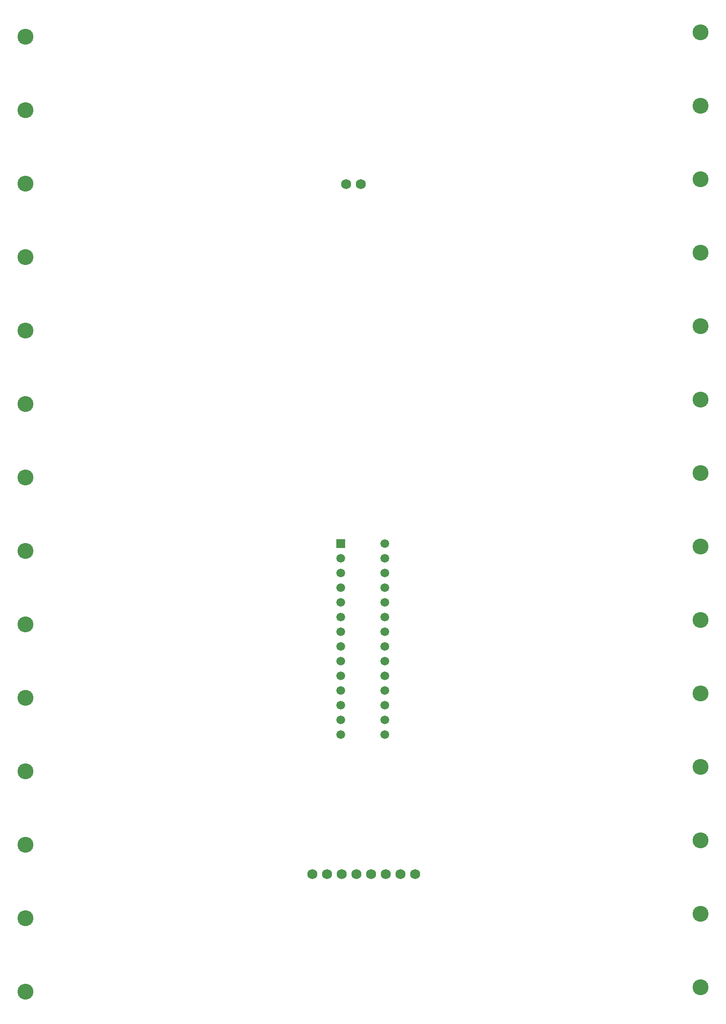
<source format=gbs>
G04*
G04 #@! TF.GenerationSoftware,Altium Limited,Altium Designer,25.0.2 (28)*
G04*
G04 Layer_Color=16711935*
%FSLAX44Y44*%
%MOMM*%
G71*
G04*
G04 #@! TF.SameCoordinates,EC309722-8CFF-44E8-99F7-827B0D8F2BFB*
G04*
G04*
G04 #@! TF.FilePolarity,Negative*
G04*
G01*
G75*
%ADD19C,1.7272*%
%ADD20C,1.4986*%
%ADD21R,1.4986X1.4986*%
%ADD22C,2.7432*%
D19*
X821743Y1457482D02*
D03*
X847143D02*
D03*
X763270Y264160D02*
D03*
X788670D02*
D03*
X814070D02*
D03*
X839470D02*
D03*
X864870D02*
D03*
X890270D02*
D03*
X915670D02*
D03*
X941070D02*
D03*
D20*
X888732Y835857D02*
D03*
Y810457D02*
D03*
Y785057D02*
D03*
Y759657D02*
D03*
Y734257D02*
D03*
Y708857D02*
D03*
Y683457D02*
D03*
Y658057D02*
D03*
Y632657D02*
D03*
Y607257D02*
D03*
Y581857D02*
D03*
Y556457D02*
D03*
Y531057D02*
D03*
Y505657D02*
D03*
X812532D02*
D03*
Y531057D02*
D03*
Y556457D02*
D03*
Y581857D02*
D03*
Y607257D02*
D03*
Y632657D02*
D03*
Y658057D02*
D03*
Y683457D02*
D03*
Y708857D02*
D03*
Y734257D02*
D03*
Y759657D02*
D03*
Y785057D02*
D03*
Y810457D02*
D03*
D21*
Y835857D02*
D03*
D22*
X266700Y949960D02*
D03*
Y1076960D02*
D03*
Y1203960D02*
D03*
Y1330960D02*
D03*
Y1457960D02*
D03*
Y1584960D02*
D03*
Y1711960D02*
D03*
Y60960D02*
D03*
Y187960D02*
D03*
Y314960D02*
D03*
Y441960D02*
D03*
Y568960D02*
D03*
Y695960D02*
D03*
Y822960D02*
D03*
X1434846Y830580D02*
D03*
Y703580D02*
D03*
Y576580D02*
D03*
Y449580D02*
D03*
Y322580D02*
D03*
Y195580D02*
D03*
Y68580D02*
D03*
Y1719580D02*
D03*
Y1592580D02*
D03*
Y1465580D02*
D03*
Y1338580D02*
D03*
Y1211580D02*
D03*
Y1084580D02*
D03*
Y957580D02*
D03*
M02*

</source>
